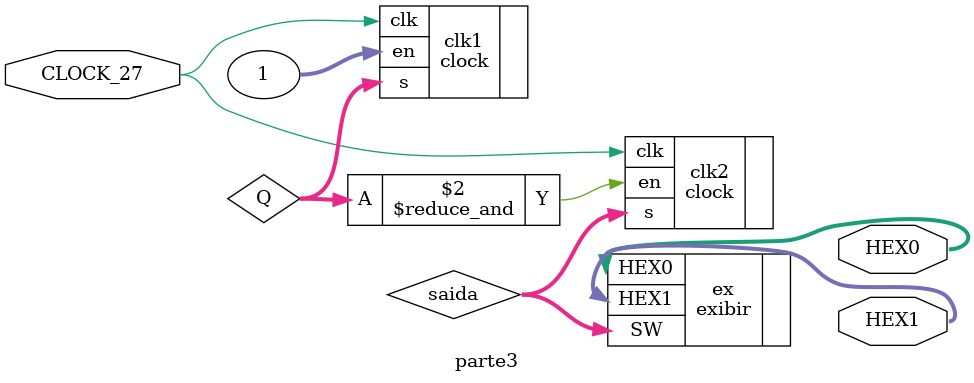
<source format=sv>
module parte3(CLOCK_27,HEX0,HEX1);
	output [6:0] HEX0,HEX1;
	logic[25:0] Q;
	logic [7:0]saida;

	
	input CLOCK_27;

	clock clk1(
				.clk(CLOCK_27),
				.en(1),
				.s(Q)
	);
	clock clk2 (
			.clk(CLOCK_27),
				.en(&Q),
				.s(saida)
	);

	exibir ex(
		.SW(saida),
		.HEX0(HEX0),
		.HEX1(HEX1)
	);
	
endmodule


</source>
